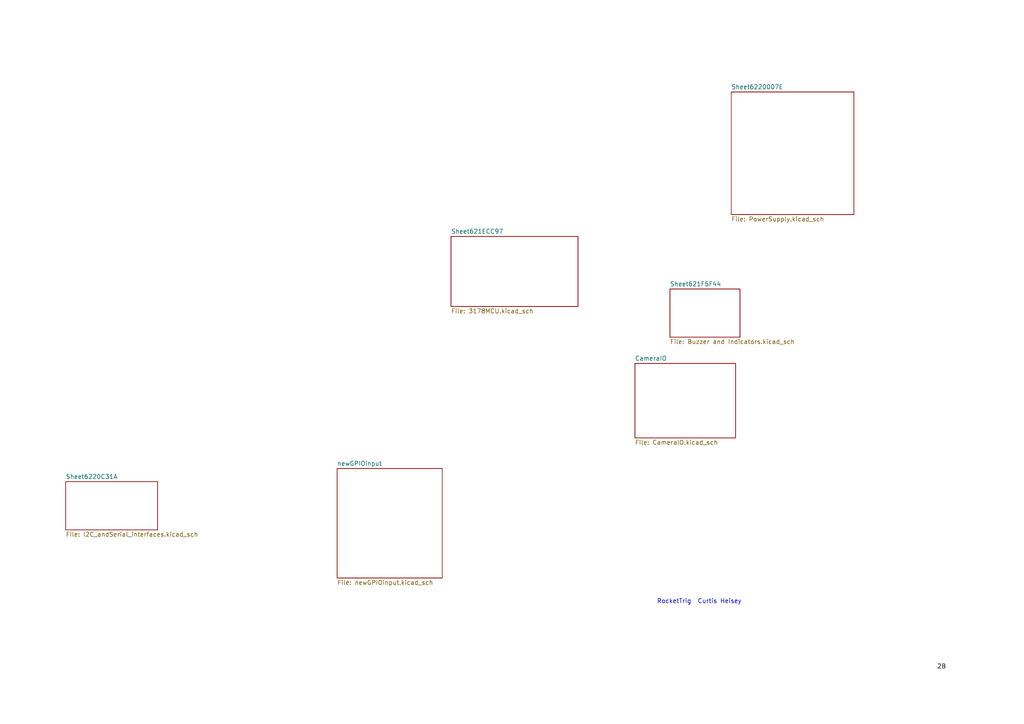
<source format=kicad_sch>
(kicad_sch (version 20230121) (generator eeschema)
  (paper "A4")
  (lib_symbols)
  (text "RocketTrig  Curtis Heisey" (at 190.5 175.26 0) (effects (font (size 1.27 1.27)) (justify left bottom)))
  (label "2B" (at 271.78 194.31 0))
  (sheet (at 184.15 105.41) (size 29.21 21.59)
    (property "Sheetname" "CameraIO" (at 184.15 104.6984 0) (effects (justify left bottom)))
    (property "Sheetfile" "CameraIO.kicad_sch" (at 184.15 127.5846 0) (effects (justify left top)))
  )
  (sheet (at 130.81 68.58) (size 36.83 20.32)
    (property "Sheetname" "Sheet621ECC97" (at 130.81 67.8684 0) (effects (justify left bottom)))
    (property "Sheetfile" "3178MCU.kicad_sch" (at 130.81 89.4846 0) (effects (justify left top)))
  )
  (sheet (at 194.31 83.82) (size 20.32 13.97)
    (property "Sheetname" "Sheet621F5F44" (at 194.31 83.1084 0) (effects (justify left bottom)))
    (property "Sheetfile" "Buzzer and Indicators.kicad_sch" (at 194.31 98.3746 0) (effects (justify left top)))
  )
  (sheet (at 212.09 26.67) (size 35.56 35.56)
    (property "Sheetname" "Sheet6220007E" (at 212.09 25.9584 0) (effects (justify left bottom)))
    (property "Sheetfile" "PowerSupply.kicad_sch" (at 212.09 62.8146 0) (effects (justify left top)))
  )
  (sheet (at 19.05 139.7) (size 26.67 13.97)
    (property "Sheetname" "Sheet6220C31A" (at 19.05 138.9884 0) (effects (justify left bottom)))
    (property "Sheetfile" "I2C_andSerial_interfaces.kicad_sch" (at 19.05 154.2546 0) (effects (justify left top)))
  )
  (sheet (at 97.79 135.89) (size 30.48 31.75)
    (property "Sheetname" "newGPIOinput" (at 97.79 135.1784 0) (effects (justify left bottom)))
    (property "Sheetfile" "newGPIOinput.kicad_sch" (at 97.79 168.2246 0) (effects (justify left top)))
  )
)
</source>
